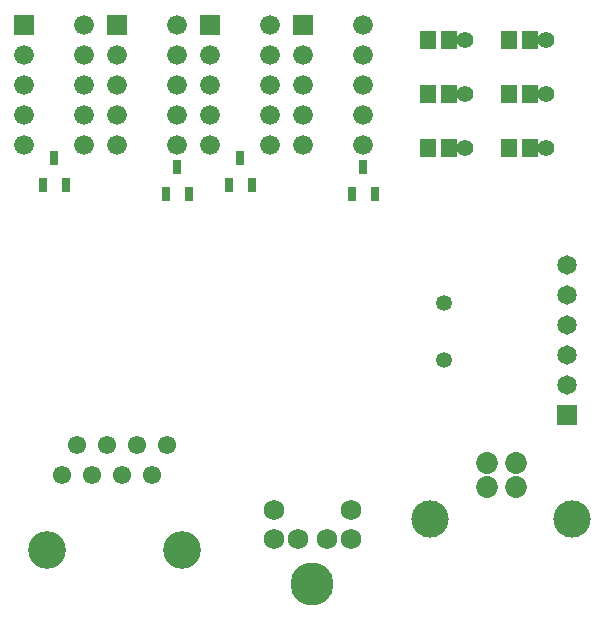
<source format=gbs>
%FSAX24Y24*%
%MOIN*%
G70*
G01*
G75*
G04 Layer_Color=16711935*
%ADD10R,0.0472X0.0551*%
%ADD11R,0.0551X0.0472*%
%ADD12O,0.0217X0.0689*%
%ADD13O,0.0689X0.0217*%
%ADD14R,0.0433X0.0669*%
%ADD15C,0.0150*%
%ADD16C,0.0100*%
%ADD17C,0.0200*%
%ADD18C,0.0472*%
%ADD19C,0.1181*%
%ADD20C,0.0669*%
%ADD21C,0.1378*%
%ADD22C,0.0630*%
%ADD23R,0.0600X0.0600*%
%ADD24C,0.0600*%
%ADD25R,0.0591X0.0591*%
%ADD26C,0.0591*%
%ADD27C,0.0394*%
%ADD28C,0.0551*%
%ADD29C,0.0500*%
%ADD30R,0.0236X0.0453*%
%ADD31C,0.0118*%
%ADD32C,0.0079*%
%ADD33C,0.0236*%
%ADD34C,0.0098*%
%ADD35C,0.0050*%
%ADD36R,0.0532X0.0611*%
%ADD37R,0.0611X0.0532*%
%ADD38O,0.0277X0.0749*%
%ADD39O,0.0749X0.0277*%
%ADD40R,0.0493X0.0729*%
%ADD41C,0.0532*%
%ADD42C,0.1241*%
%ADD43C,0.0729*%
%ADD44C,0.1438*%
%ADD45C,0.0690*%
%ADD46R,0.0660X0.0660*%
%ADD47C,0.0660*%
%ADD48R,0.0651X0.0651*%
%ADD49C,0.0651*%
%ADD50C,0.1260*%
%ADD51C,0.0611*%
%ADD52C,0.0560*%
%ADD53R,0.0296X0.0513*%
D36*
X046146Y037900D02*
D03*
X046854D02*
D03*
X046146Y039700D02*
D03*
X046854D02*
D03*
X046146Y041500D02*
D03*
X046854D02*
D03*
X043446Y037900D02*
D03*
X044154D02*
D03*
X043446Y039700D02*
D03*
X044154D02*
D03*
X043446Y041500D02*
D03*
X044154D02*
D03*
D41*
X044000Y030816D02*
D03*
Y032737D02*
D03*
D42*
X048270Y025539D02*
D03*
X043530D02*
D03*
D43*
X046392Y027394D02*
D03*
X045408D02*
D03*
Y026606D02*
D03*
X046392D02*
D03*
D44*
X039600Y023370D02*
D03*
D45*
X038320Y024846D02*
D03*
X040092D02*
D03*
X040880Y025831D02*
D03*
Y024846D02*
D03*
X039108D02*
D03*
X038320Y025831D02*
D03*
D46*
X039300Y042000D02*
D03*
X036200D02*
D03*
X033100D02*
D03*
X030000D02*
D03*
D47*
X039300Y041000D02*
D03*
Y040000D02*
D03*
Y039000D02*
D03*
Y038000D02*
D03*
X041300Y042000D02*
D03*
Y041000D02*
D03*
Y040000D02*
D03*
Y039000D02*
D03*
Y038000D02*
D03*
X036200Y041000D02*
D03*
Y040000D02*
D03*
Y039000D02*
D03*
Y038000D02*
D03*
X038200Y042000D02*
D03*
Y041000D02*
D03*
Y040000D02*
D03*
Y039000D02*
D03*
Y038000D02*
D03*
X033100Y041000D02*
D03*
Y040000D02*
D03*
Y039000D02*
D03*
Y038000D02*
D03*
X035100Y042000D02*
D03*
Y041000D02*
D03*
Y040000D02*
D03*
Y039000D02*
D03*
Y038000D02*
D03*
X030000Y041000D02*
D03*
Y040000D02*
D03*
Y039000D02*
D03*
Y038000D02*
D03*
X032000Y042000D02*
D03*
Y041000D02*
D03*
Y040000D02*
D03*
Y039000D02*
D03*
Y038000D02*
D03*
D48*
X048100Y029000D02*
D03*
D49*
Y030000D02*
D03*
Y031000D02*
D03*
Y032000D02*
D03*
Y033000D02*
D03*
Y034000D02*
D03*
D50*
X035250Y024500D02*
D03*
X030750D02*
D03*
D51*
X034248Y027000D02*
D03*
X033250D02*
D03*
X032250D02*
D03*
X031250D02*
D03*
X034750Y028000D02*
D03*
X033750D02*
D03*
X032750D02*
D03*
X031750D02*
D03*
D52*
X044700Y039700D02*
D03*
X047400Y037900D02*
D03*
X044700D02*
D03*
X047400Y039700D02*
D03*
Y041500D02*
D03*
X044700D02*
D03*
D53*
X031374Y036657D02*
D03*
X030626D02*
D03*
X031000Y037543D02*
D03*
X035474Y036357D02*
D03*
X034726D02*
D03*
X035100Y037243D02*
D03*
X037574Y036657D02*
D03*
X036826D02*
D03*
X037200Y037543D02*
D03*
X041674Y036357D02*
D03*
X040926D02*
D03*
X041300Y037243D02*
D03*
M02*

</source>
